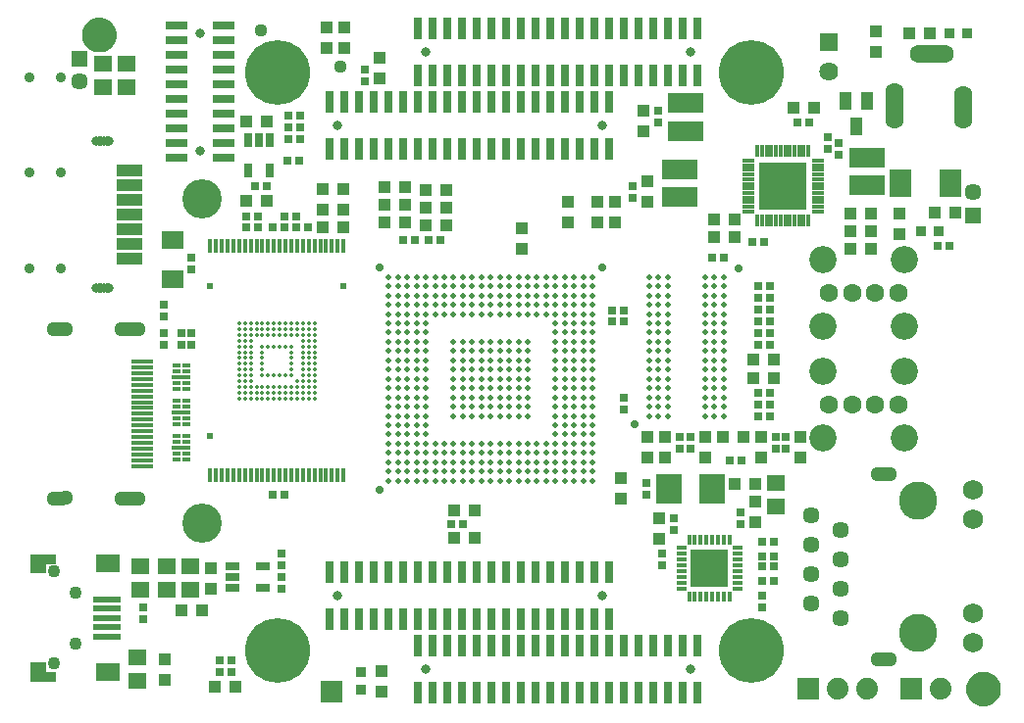
<source format=gbr>
G75*
G70*
%OFA0B0*%
%FSLAX24Y24*%
%IPPOS*%
%LPD*%
%AMOC8*
5,1,8,0,0,1.08239X$1,22.5*
%
%ADD10C,0.0631*%
%ADD11R,0.0740X0.0740*%
%ADD12R,0.0440X0.0440*%
%ADD13R,0.0280X0.0270*%
%ADD14R,0.0270X0.0280*%
%ADD15C,0.0434*%
%ADD16C,0.0500*%
%ADD17R,0.0571X0.0571*%
%ADD18C,0.0571*%
%ADD19R,0.0640X0.0640*%
%ADD20C,0.0640*%
%ADD21R,0.0355X0.0355*%
%ADD22R,0.0640X0.0540*%
%ADD23R,0.0512X0.0257*%
%ADD24R,0.0926X0.0237*%
%ADD25R,0.0846X0.0630*%
%ADD26R,0.0886X0.0335*%
%ADD27R,0.0571X0.0335*%
%ADD28R,0.0119X0.0394*%
%ADD29R,0.0394X0.0119*%
%ADD30R,0.1615X0.1615*%
%ADD31R,0.0749X0.0749*%
%ADD32R,0.1221X0.0670*%
%ADD33R,0.0434X0.0591*%
%ADD34R,0.0138X0.0512*%
%ADD35R,0.0740X0.0940*%
%ADD36C,0.1300*%
%ADD37C,0.0690*%
%ADD38C,0.0512*%
%ADD39C,0.0197*%
%ADD40C,0.0276*%
%ADD41R,0.0749X0.0138*%
%ADD42R,0.0906X0.0394*%
%ADD43C,0.0317*%
%ADD44R,0.0257X0.0512*%
%ADD45R,0.0306X0.0119*%
%ADD46R,0.0345X0.0158*%
%ADD47C,0.0440*%
%ADD48C,0.0355*%
%ADD49C,0.0740*%
%ADD50C,0.0926*%
%ADD51R,0.0749X0.0316*%
%ADD52C,0.0316*%
%ADD53R,0.0867X0.0985*%
%ADD54R,0.0138X0.0335*%
%ADD55R,0.0335X0.0138*%
%ADD56R,0.1300X0.1300*%
%ADD57C,0.0808*%
%ADD58C,0.1339*%
%ADD59C,0.2205*%
%ADD60C,0.0396*%
%ADD61R,0.0316X0.0749*%
%ADD62R,0.0749X0.0591*%
%ADD63C,0.0138*%
%ADD64C,0.0237*%
D10*
X033372Y019840D03*
X034160Y019840D03*
X034947Y019840D03*
X035735Y019840D03*
X035735Y023640D03*
X034947Y023640D03*
X034160Y023640D03*
X033372Y023640D03*
X035581Y029539D03*
X035581Y029657D03*
X035581Y029775D03*
X035581Y029893D03*
X035581Y030012D03*
X035581Y030130D03*
X035581Y030248D03*
X035581Y030366D03*
X035581Y030484D03*
X036428Y031764D03*
X036507Y031764D03*
X036625Y031764D03*
X036743Y031764D03*
X036861Y031764D03*
X036979Y031764D03*
X037097Y031764D03*
X037215Y031764D03*
X037294Y031764D03*
X037944Y030366D03*
X037944Y030248D03*
X037944Y030130D03*
X037944Y030012D03*
X037944Y029893D03*
X037944Y029775D03*
X037944Y029657D03*
X037944Y029539D03*
D11*
X036154Y010182D03*
X032654Y010182D03*
X016454Y010082D03*
D12*
X018154Y010082D03*
X018154Y010782D03*
X013204Y010232D03*
X012504Y010232D03*
X010804Y010482D03*
X010804Y011182D03*
X011354Y012832D03*
X012054Y012832D03*
X012354Y013582D03*
X012354Y014282D03*
X020629Y015307D03*
X021329Y015307D03*
X021329Y016257D03*
X020629Y016257D03*
X026304Y016632D03*
X026304Y017332D03*
X027204Y018032D03*
X027804Y018032D03*
X027804Y018732D03*
X027204Y018732D03*
X029154Y018732D03*
X029754Y018732D03*
X030454Y018732D03*
X031054Y018732D03*
X031054Y018032D03*
X030854Y017132D03*
X030854Y016532D03*
X030854Y015832D03*
X030154Y017132D03*
X029154Y018032D03*
X027604Y015982D03*
X027604Y015282D03*
X032404Y018032D03*
X032404Y018732D03*
X031504Y020757D03*
X031504Y021382D03*
X030804Y021382D03*
X030804Y020757D03*
X034104Y025132D03*
X034104Y025732D03*
X034804Y025732D03*
X034804Y025132D03*
X035754Y025632D03*
X035754Y026332D03*
X034804Y026332D03*
X034104Y026332D03*
X036954Y026382D03*
X037654Y026382D03*
X032854Y029932D03*
X032154Y029932D03*
X034954Y031832D03*
X034954Y032532D03*
X036104Y032482D03*
X036804Y032482D03*
X030154Y026132D03*
X030154Y025532D03*
X029454Y025532D03*
X029454Y026132D03*
X027204Y026732D03*
X027204Y027432D03*
X026104Y026732D03*
X025504Y026732D03*
X025504Y026032D03*
X026104Y026032D03*
X024504Y026032D03*
X024504Y026732D03*
X022929Y025832D03*
X022929Y025132D03*
X020354Y025932D03*
X020354Y026532D03*
X019654Y026532D03*
X019654Y025932D03*
X018954Y026032D03*
X018254Y026032D03*
X018254Y026632D03*
X018254Y027232D03*
X018954Y027232D03*
X018954Y026632D03*
X019654Y027132D03*
X020354Y027132D03*
X016854Y027182D03*
X016154Y027182D03*
X016154Y026482D03*
X016154Y025882D03*
X016854Y025882D03*
X016854Y026482D03*
X014254Y026782D03*
X013554Y026782D03*
X013554Y029482D03*
X014254Y029482D03*
X016304Y031982D03*
X016904Y031982D03*
X016904Y032682D03*
X016304Y032682D03*
X018104Y031632D03*
X018104Y030932D03*
X027054Y029832D03*
X027054Y029132D03*
D13*
X030754Y025382D03*
X031154Y025382D03*
X029804Y024832D03*
X029404Y024832D03*
X030954Y023882D03*
X031354Y023882D03*
X031354Y023482D03*
X030954Y023482D03*
X030954Y023082D03*
X031354Y023082D03*
X031354Y022682D03*
X030954Y022682D03*
X030954Y022282D03*
X031354Y022282D03*
X031354Y021882D03*
X030954Y021882D03*
X030954Y020232D03*
X031354Y020232D03*
X031354Y019832D03*
X030954Y019832D03*
X030954Y019432D03*
X031354Y019432D03*
X030404Y017932D03*
X030004Y017932D03*
X031104Y015182D03*
X031504Y015182D03*
X031504Y014682D03*
X031504Y014332D03*
X031104Y014332D03*
X031104Y014682D03*
X031104Y013832D03*
X031504Y013832D03*
X026404Y022682D03*
X026404Y023032D03*
X026004Y023032D03*
X026004Y022682D03*
X020154Y025432D03*
X019754Y025432D03*
X019304Y025432D03*
X018904Y025432D03*
X015654Y025882D03*
X015254Y025882D03*
X015254Y026232D03*
X014854Y026232D03*
X014854Y025882D03*
X014454Y025882D03*
X013954Y025882D03*
X013954Y026232D03*
X013554Y026232D03*
X013554Y025882D03*
X013854Y027282D03*
X014254Y027282D03*
X014954Y028132D03*
X015354Y028132D03*
X015404Y028882D03*
X015404Y029282D03*
X015404Y029682D03*
X015004Y029682D03*
X015004Y029282D03*
X015004Y028882D03*
X014854Y016782D03*
X014454Y016782D03*
X013054Y011132D03*
X012654Y011132D03*
X012654Y010732D03*
X013054Y010732D03*
X020529Y015782D03*
X020929Y015782D03*
X032304Y029432D03*
X032704Y029432D03*
X037054Y025232D03*
X037454Y025232D03*
D14*
X033704Y028352D03*
X033704Y028752D03*
X033334Y028932D03*
X033334Y028532D03*
X027554Y029432D03*
X027554Y029832D03*
X026704Y027282D03*
X026704Y026882D03*
X026404Y020082D03*
X026404Y019682D03*
X028304Y018732D03*
X028654Y018732D03*
X028654Y018332D03*
X028304Y018332D03*
X027154Y017182D03*
X027154Y016782D03*
X028104Y015982D03*
X028104Y015582D03*
X027704Y014782D03*
X027704Y014382D03*
X030354Y015782D03*
X030354Y016182D03*
X031554Y018332D03*
X031904Y018332D03*
X031904Y018732D03*
X031554Y018732D03*
X031104Y013332D03*
X031104Y012932D03*
X014754Y013582D03*
X014754Y013982D03*
X014754Y014382D03*
X014754Y014782D03*
X010054Y012932D03*
X010054Y012532D03*
X010754Y021882D03*
X010754Y022282D03*
X010754Y022832D03*
X010754Y023232D03*
X011354Y022282D03*
X011704Y022282D03*
X011704Y021882D03*
X011354Y021882D03*
X011704Y024432D03*
X011704Y024832D03*
X017604Y030832D03*
X017604Y031232D03*
D15*
X008554Y032432D03*
X007025Y014181D03*
X007754Y013451D03*
X007754Y011719D03*
X007025Y011032D03*
X038604Y010182D03*
D16*
X038269Y010182D02*
X038271Y010219D01*
X038277Y010255D01*
X038287Y010291D01*
X038301Y010325D01*
X038319Y010357D01*
X038340Y010388D01*
X038364Y010416D01*
X038391Y010441D01*
X038421Y010462D01*
X038453Y010481D01*
X038487Y010496D01*
X038522Y010507D01*
X038558Y010514D01*
X038595Y010517D01*
X038632Y010516D01*
X038668Y010511D01*
X038704Y010502D01*
X038739Y010489D01*
X038771Y010472D01*
X038802Y010452D01*
X038831Y010428D01*
X038857Y010402D01*
X038879Y010373D01*
X038899Y010341D01*
X038914Y010308D01*
X038926Y010273D01*
X038934Y010237D01*
X038938Y010200D01*
X038938Y010164D01*
X038934Y010127D01*
X038926Y010091D01*
X038914Y010056D01*
X038899Y010023D01*
X038879Y009991D01*
X038857Y009962D01*
X038831Y009936D01*
X038802Y009912D01*
X038772Y009892D01*
X038739Y009875D01*
X038704Y009862D01*
X038668Y009853D01*
X038632Y009848D01*
X038595Y009847D01*
X038558Y009850D01*
X038522Y009857D01*
X038487Y009868D01*
X038453Y009883D01*
X038421Y009902D01*
X038391Y009923D01*
X038364Y009948D01*
X038340Y009976D01*
X038319Y010007D01*
X038301Y010039D01*
X038287Y010073D01*
X038277Y010109D01*
X038271Y010145D01*
X038269Y010182D01*
X008219Y032432D02*
X008221Y032469D01*
X008227Y032505D01*
X008237Y032541D01*
X008251Y032575D01*
X008269Y032607D01*
X008290Y032638D01*
X008314Y032666D01*
X008341Y032691D01*
X008371Y032712D01*
X008403Y032731D01*
X008437Y032746D01*
X008472Y032757D01*
X008508Y032764D01*
X008545Y032767D01*
X008582Y032766D01*
X008618Y032761D01*
X008654Y032752D01*
X008689Y032739D01*
X008721Y032722D01*
X008752Y032702D01*
X008781Y032678D01*
X008807Y032652D01*
X008829Y032623D01*
X008849Y032591D01*
X008864Y032558D01*
X008876Y032523D01*
X008884Y032487D01*
X008888Y032450D01*
X008888Y032414D01*
X008884Y032377D01*
X008876Y032341D01*
X008864Y032306D01*
X008849Y032273D01*
X008829Y032241D01*
X008807Y032212D01*
X008781Y032186D01*
X008752Y032162D01*
X008722Y032142D01*
X008689Y032125D01*
X008654Y032112D01*
X008618Y032103D01*
X008582Y032098D01*
X008545Y032097D01*
X008508Y032100D01*
X008472Y032107D01*
X008437Y032118D01*
X008403Y032133D01*
X008371Y032152D01*
X008341Y032173D01*
X008314Y032198D01*
X008290Y032226D01*
X008269Y032257D01*
X008251Y032289D01*
X008237Y032323D01*
X008227Y032359D01*
X008221Y032395D01*
X008219Y032432D01*
D17*
X007904Y031625D03*
X038254Y026288D03*
D18*
X038254Y027075D03*
X032767Y016078D03*
X032767Y015078D03*
X033767Y015578D03*
X033767Y014578D03*
X032767Y014078D03*
X032767Y013078D03*
X033767Y013578D03*
X033767Y012578D03*
X007904Y030838D03*
D19*
X033354Y032182D03*
D20*
X033354Y031182D03*
D21*
X037454Y032482D03*
X038054Y032482D03*
X037104Y025732D03*
X036504Y025732D03*
X017454Y010732D03*
X017454Y010132D03*
D22*
X009854Y010432D03*
X009854Y011232D03*
X009954Y013532D03*
X009954Y014332D03*
X010854Y014332D03*
X011654Y014332D03*
X011654Y013532D03*
X010854Y013532D03*
X009504Y030632D03*
X008704Y030632D03*
X008704Y031432D03*
X009504Y031432D03*
X031554Y017182D03*
X031554Y016382D03*
D23*
X014116Y014356D03*
X014116Y013608D03*
X013092Y013608D03*
X013092Y013982D03*
X013092Y014356D03*
D24*
X008820Y013215D03*
X008820Y012900D03*
X008820Y012585D03*
X008820Y012270D03*
X008820Y011955D03*
D25*
X008860Y010734D03*
X008860Y014435D03*
D26*
X006656Y014583D03*
X006656Y010587D03*
D27*
X006498Y010902D03*
X006498Y014268D03*
D28*
X030938Y026101D03*
X031096Y026101D03*
X031253Y026101D03*
X031411Y026101D03*
X031568Y026101D03*
X031726Y026101D03*
X031883Y026101D03*
X032041Y026101D03*
X032198Y026101D03*
X032356Y026101D03*
X032513Y026101D03*
X032670Y026101D03*
X032670Y028463D03*
X032513Y028463D03*
X032356Y028463D03*
X032198Y028463D03*
X032041Y028463D03*
X031883Y028463D03*
X031726Y028463D03*
X031568Y028463D03*
X031411Y028463D03*
X031253Y028463D03*
X031096Y028463D03*
X030938Y028463D03*
D29*
X030623Y028148D03*
X030623Y027990D03*
X030623Y027833D03*
X030623Y027675D03*
X030623Y027518D03*
X030623Y027360D03*
X030623Y027203D03*
X030623Y027045D03*
X030623Y026888D03*
X030623Y026730D03*
X030623Y026573D03*
X030623Y026416D03*
X032985Y026416D03*
X032985Y026573D03*
X032985Y026730D03*
X032985Y026888D03*
X032985Y027045D03*
X032985Y027203D03*
X032985Y027360D03*
X032985Y027518D03*
X032985Y027675D03*
X032985Y027833D03*
X032985Y027990D03*
X032985Y028148D03*
D30*
X031804Y027282D03*
D31*
X031804Y027282D03*
D32*
X034654Y027309D03*
X034654Y028254D03*
X028504Y029159D03*
X028504Y030104D03*
X028304Y027854D03*
X028304Y026909D03*
D33*
X033930Y030165D03*
X034678Y030165D03*
X034304Y029299D03*
D34*
X016868Y025229D03*
X016671Y025229D03*
X016474Y025229D03*
X016278Y025229D03*
X016081Y025229D03*
X015884Y025229D03*
X015687Y025229D03*
X015490Y025229D03*
X015293Y025229D03*
X015096Y025229D03*
X014900Y025229D03*
X014703Y025229D03*
X014506Y025229D03*
X014309Y025229D03*
X014112Y025229D03*
X013915Y025229D03*
X013719Y025229D03*
X013522Y025229D03*
X013325Y025229D03*
X013128Y025229D03*
X012931Y025229D03*
X012734Y025229D03*
X012537Y025229D03*
X012341Y025229D03*
X012341Y017434D03*
X012537Y017434D03*
X012734Y017434D03*
X012931Y017434D03*
X013128Y017434D03*
X013325Y017434D03*
X013522Y017434D03*
X013719Y017434D03*
X013915Y017434D03*
X014112Y017434D03*
X014309Y017434D03*
X014506Y017434D03*
X014703Y017434D03*
X014900Y017434D03*
X015096Y017434D03*
X015293Y017434D03*
X015490Y017434D03*
X015687Y017434D03*
X015884Y017434D03*
X016081Y017434D03*
X016278Y017434D03*
X016474Y017434D03*
X016671Y017434D03*
X016868Y017434D03*
D35*
X035797Y027382D03*
X037511Y027382D03*
D36*
X036404Y016582D03*
X036404Y012082D03*
D37*
X038274Y011729D03*
X038274Y012729D03*
X038274Y015934D03*
X038274Y016934D03*
D38*
X035420Y017481D03*
X035341Y017481D03*
X035263Y017481D03*
X035184Y017481D03*
X035105Y017481D03*
X035026Y017481D03*
X035026Y011182D03*
X035105Y011182D03*
X035184Y011182D03*
X035263Y011182D03*
X035341Y011182D03*
X035420Y011182D03*
X009891Y016658D03*
X009773Y016658D03*
X009714Y016658D03*
X009556Y016658D03*
X009438Y016658D03*
X009340Y016658D03*
X007430Y016667D03*
X007312Y016658D03*
X007155Y016658D03*
X007037Y016658D03*
X007037Y022406D03*
X007155Y022406D03*
X007312Y022406D03*
X007430Y022406D03*
X009340Y022406D03*
X009438Y022406D03*
X009556Y022406D03*
X009714Y022406D03*
X009773Y022406D03*
X009891Y022406D03*
D39*
X018406Y022295D03*
X018406Y021980D03*
X018406Y021666D03*
X018721Y021666D03*
X018721Y021980D03*
X019036Y021980D03*
X019036Y021666D03*
X019351Y021666D03*
X019351Y021980D03*
X019666Y021980D03*
X019666Y021666D03*
X019666Y021351D03*
X019351Y021351D03*
X019036Y021351D03*
X018721Y021351D03*
X018406Y021351D03*
X018406Y021036D03*
X018721Y021036D03*
X019036Y021036D03*
X019351Y021036D03*
X019666Y021036D03*
X019666Y020721D03*
X019351Y020721D03*
X019036Y020721D03*
X018721Y020721D03*
X018406Y020721D03*
X018406Y020406D03*
X018406Y020091D03*
X018406Y019776D03*
X018406Y019461D03*
X018406Y019146D03*
X018406Y018831D03*
X018406Y018516D03*
X018406Y018201D03*
X018406Y017886D03*
X018406Y017571D03*
X018406Y017256D03*
X018721Y017256D03*
X018721Y017571D03*
X018721Y017886D03*
X018721Y018201D03*
X018721Y018516D03*
X018721Y018831D03*
X018721Y019146D03*
X018721Y019461D03*
X018721Y019776D03*
X018721Y020091D03*
X018721Y020406D03*
X019036Y020406D03*
X019351Y020406D03*
X019666Y020406D03*
X019666Y020091D03*
X019351Y020091D03*
X019036Y020091D03*
X019036Y019776D03*
X019036Y019461D03*
X019036Y019146D03*
X019036Y018831D03*
X019036Y018516D03*
X019036Y018201D03*
X019036Y017886D03*
X019036Y017571D03*
X019036Y017256D03*
X019351Y017256D03*
X019351Y017571D03*
X019351Y017886D03*
X019351Y018201D03*
X019351Y018516D03*
X019351Y018831D03*
X019351Y019146D03*
X019351Y019461D03*
X019351Y019776D03*
X019666Y019776D03*
X019666Y019461D03*
X019666Y019146D03*
X019666Y018831D03*
X019666Y018516D03*
X019666Y018201D03*
X019666Y017886D03*
X019666Y017571D03*
X019666Y017256D03*
X019981Y017256D03*
X019981Y017571D03*
X019981Y017886D03*
X019981Y018201D03*
X019981Y018516D03*
X020296Y018516D03*
X020296Y018201D03*
X020296Y017886D03*
X020296Y017571D03*
X020296Y017256D03*
X020611Y017256D03*
X020926Y017256D03*
X021241Y017256D03*
X021556Y017256D03*
X021871Y017256D03*
X022186Y017256D03*
X022501Y017256D03*
X022816Y017256D03*
X023131Y017256D03*
X023446Y017256D03*
X023761Y017256D03*
X024076Y017256D03*
X024391Y017256D03*
X024706Y017256D03*
X025020Y017256D03*
X025020Y017571D03*
X024706Y017571D03*
X024706Y017886D03*
X025020Y017886D03*
X025020Y018201D03*
X024706Y018201D03*
X024706Y018516D03*
X025020Y018516D03*
X025020Y018831D03*
X024706Y018831D03*
X024706Y019146D03*
X025020Y019146D03*
X025020Y019461D03*
X024706Y019461D03*
X024706Y019776D03*
X025020Y019776D03*
X025020Y020091D03*
X024706Y020091D03*
X024706Y020406D03*
X025020Y020406D03*
X025020Y020721D03*
X024706Y020721D03*
X024706Y021036D03*
X025020Y021036D03*
X025020Y021351D03*
X024706Y021351D03*
X024706Y021666D03*
X024706Y021980D03*
X025020Y021980D03*
X025020Y021666D03*
X025335Y021666D03*
X025335Y021980D03*
X025335Y022295D03*
X025020Y022295D03*
X024706Y022295D03*
X024706Y022610D03*
X025020Y022610D03*
X025020Y022925D03*
X024706Y022925D03*
X024706Y023240D03*
X025020Y023240D03*
X025020Y023555D03*
X024706Y023555D03*
X024706Y023870D03*
X025020Y023870D03*
X025020Y024185D03*
X024706Y024185D03*
X024391Y024185D03*
X024391Y023870D03*
X024391Y023555D03*
X024391Y023240D03*
X024391Y022925D03*
X024391Y022610D03*
X024391Y022295D03*
X024391Y021980D03*
X024391Y021666D03*
X024076Y021666D03*
X024076Y021980D03*
X024076Y022295D03*
X024076Y022610D03*
X024076Y022925D03*
X024076Y023240D03*
X024076Y023555D03*
X024076Y023870D03*
X024076Y024185D03*
X023761Y024185D03*
X023761Y023870D03*
X023761Y023555D03*
X023761Y023240D03*
X023761Y022925D03*
X023446Y022925D03*
X023131Y022925D03*
X022816Y022925D03*
X022501Y022925D03*
X022186Y022925D03*
X021871Y022925D03*
X021556Y022925D03*
X021241Y022925D03*
X020926Y022925D03*
X020611Y022925D03*
X020296Y022925D03*
X019981Y022925D03*
X019666Y022925D03*
X019666Y022610D03*
X019666Y022295D03*
X019351Y022295D03*
X019036Y022295D03*
X018721Y022295D03*
X018721Y022610D03*
X018406Y022610D03*
X018406Y022925D03*
X018721Y022925D03*
X019036Y022925D03*
X019036Y022610D03*
X019351Y022610D03*
X019351Y022925D03*
X019351Y023240D03*
X019036Y023240D03*
X018721Y023240D03*
X018406Y023240D03*
X018406Y023555D03*
X018406Y023870D03*
X018406Y024185D03*
X018721Y024185D03*
X018721Y023870D03*
X018721Y023555D03*
X019036Y023555D03*
X019351Y023555D03*
X019666Y023555D03*
X019666Y023240D03*
X019981Y023240D03*
X020296Y023240D03*
X020611Y023240D03*
X020926Y023240D03*
X021241Y023240D03*
X021556Y023240D03*
X021871Y023240D03*
X022186Y023240D03*
X022501Y023240D03*
X022816Y023240D03*
X023131Y023240D03*
X023446Y023240D03*
X023446Y023555D03*
X023446Y023870D03*
X023446Y024185D03*
X023131Y024185D03*
X023131Y023870D03*
X023131Y023555D03*
X022816Y023555D03*
X022501Y023555D03*
X022186Y023555D03*
X021871Y023555D03*
X021556Y023555D03*
X021241Y023555D03*
X020926Y023555D03*
X020611Y023555D03*
X020296Y023555D03*
X019981Y023555D03*
X019981Y023870D03*
X019666Y023870D03*
X019351Y023870D03*
X019036Y023870D03*
X019036Y024185D03*
X019351Y024185D03*
X019666Y024185D03*
X019981Y024185D03*
X020296Y024185D03*
X020296Y023870D03*
X020611Y023870D03*
X020926Y023870D03*
X021241Y023870D03*
X021556Y023870D03*
X021871Y023870D03*
X022186Y023870D03*
X022501Y023870D03*
X022816Y023870D03*
X022816Y024185D03*
X022501Y024185D03*
X022186Y024185D03*
X021871Y024185D03*
X021556Y024185D03*
X021241Y024185D03*
X020926Y024185D03*
X020611Y024185D03*
X020611Y021980D03*
X020611Y021666D03*
X020926Y021666D03*
X020926Y021980D03*
X021241Y021980D03*
X021241Y021666D03*
X021556Y021666D03*
X021556Y021980D03*
X021871Y021980D03*
X021871Y021666D03*
X022186Y021666D03*
X022186Y021980D03*
X022501Y021980D03*
X022501Y021666D03*
X022816Y021666D03*
X022816Y021980D03*
X023131Y021980D03*
X023131Y021666D03*
X023131Y021351D03*
X022816Y021351D03*
X022501Y021351D03*
X022186Y021351D03*
X021871Y021351D03*
X021556Y021351D03*
X021241Y021351D03*
X020926Y021351D03*
X020611Y021351D03*
X020611Y021036D03*
X020926Y021036D03*
X021241Y021036D03*
X021556Y021036D03*
X021871Y021036D03*
X022186Y021036D03*
X022501Y021036D03*
X022816Y021036D03*
X023131Y021036D03*
X023131Y020721D03*
X022816Y020721D03*
X022501Y020721D03*
X022186Y020721D03*
X021871Y020721D03*
X021556Y020721D03*
X021241Y020721D03*
X020926Y020721D03*
X020611Y020721D03*
X020611Y020406D03*
X020926Y020406D03*
X021241Y020406D03*
X021556Y020406D03*
X021871Y020406D03*
X022186Y020406D03*
X022501Y020406D03*
X022816Y020406D03*
X023131Y020406D03*
X023131Y020091D03*
X022816Y020091D03*
X022501Y020091D03*
X022186Y020091D03*
X021871Y020091D03*
X021556Y020091D03*
X021241Y020091D03*
X020926Y020091D03*
X020611Y020091D03*
X020611Y019776D03*
X020926Y019776D03*
X021241Y019776D03*
X021556Y019776D03*
X021871Y019776D03*
X022186Y019776D03*
X022501Y019776D03*
X022816Y019776D03*
X023131Y019776D03*
X023131Y019461D03*
X022816Y019461D03*
X022501Y019461D03*
X022186Y019461D03*
X021871Y019461D03*
X021556Y019461D03*
X021241Y019461D03*
X020926Y019461D03*
X020611Y019461D03*
X020611Y018516D03*
X020926Y018516D03*
X021241Y018516D03*
X021556Y018516D03*
X021871Y018516D03*
X022186Y018516D03*
X022501Y018516D03*
X022816Y018516D03*
X023131Y018516D03*
X023446Y018516D03*
X023761Y018516D03*
X024076Y018516D03*
X024391Y018516D03*
X024391Y018831D03*
X024391Y019146D03*
X024391Y019461D03*
X024391Y019776D03*
X024391Y020091D03*
X024391Y020406D03*
X024391Y020721D03*
X024391Y021036D03*
X024391Y021351D03*
X024076Y021351D03*
X024076Y021036D03*
X024076Y020721D03*
X024076Y020406D03*
X024076Y020091D03*
X024076Y019776D03*
X024076Y019461D03*
X024076Y019146D03*
X024076Y018831D03*
X024076Y018201D03*
X024391Y018201D03*
X024391Y017886D03*
X024391Y017571D03*
X024076Y017571D03*
X024076Y017886D03*
X023761Y017886D03*
X023761Y017571D03*
X023446Y017571D03*
X023446Y017886D03*
X023446Y018201D03*
X023761Y018201D03*
X023131Y018201D03*
X023131Y017886D03*
X023131Y017571D03*
X022816Y017571D03*
X022816Y017886D03*
X022816Y018201D03*
X022501Y018201D03*
X022501Y017886D03*
X022501Y017571D03*
X022186Y017571D03*
X022186Y017886D03*
X022186Y018201D03*
X021871Y018201D03*
X021871Y017886D03*
X021871Y017571D03*
X021556Y017571D03*
X021556Y017886D03*
X021556Y018201D03*
X021241Y018201D03*
X020926Y018201D03*
X020611Y018201D03*
X020611Y017886D03*
X020611Y017571D03*
X020926Y017571D03*
X021241Y017571D03*
X021241Y017886D03*
X020926Y017886D03*
X025335Y017886D03*
X025335Y017571D03*
X025335Y017256D03*
X025335Y018201D03*
X025335Y018516D03*
X025335Y018831D03*
X025335Y019146D03*
X025335Y019461D03*
X025335Y019776D03*
X025335Y020091D03*
X025335Y020406D03*
X025335Y020721D03*
X025335Y021036D03*
X025335Y021351D03*
X025335Y022610D03*
X025335Y022925D03*
X025335Y023240D03*
X025335Y023555D03*
X025335Y023870D03*
X025335Y024185D03*
X027265Y024185D03*
X027580Y024185D03*
X027894Y024185D03*
X027894Y023870D03*
X027580Y023870D03*
X027580Y023555D03*
X027894Y023555D03*
X027894Y023240D03*
X027580Y023240D03*
X027580Y022925D03*
X027894Y022925D03*
X027894Y022610D03*
X027580Y022610D03*
X027580Y022295D03*
X027894Y022295D03*
X027894Y021980D03*
X027894Y021666D03*
X027580Y021666D03*
X027580Y021980D03*
X027265Y021980D03*
X027265Y021666D03*
X027265Y021351D03*
X027580Y021351D03*
X027894Y021351D03*
X027894Y021036D03*
X027580Y021036D03*
X027580Y020721D03*
X027894Y020721D03*
X027894Y020406D03*
X027580Y020406D03*
X027580Y020091D03*
X027894Y020091D03*
X027894Y019776D03*
X027580Y019776D03*
X027580Y019461D03*
X027894Y019461D03*
X027265Y019461D03*
X027265Y019776D03*
X027265Y020091D03*
X027265Y020406D03*
X027265Y020721D03*
X027265Y021036D03*
X027265Y022295D03*
X027265Y022610D03*
X027265Y022925D03*
X027265Y023240D03*
X027265Y023555D03*
X027265Y023870D03*
X029154Y023870D03*
X029154Y023555D03*
X029154Y023240D03*
X029154Y022925D03*
X029154Y022610D03*
X029154Y022295D03*
X029154Y021980D03*
X029154Y021666D03*
X029469Y021666D03*
X029469Y021980D03*
X029784Y021980D03*
X029784Y021666D03*
X029784Y021351D03*
X029469Y021351D03*
X029154Y021351D03*
X029154Y021036D03*
X029469Y021036D03*
X029784Y021036D03*
X029784Y020721D03*
X029469Y020721D03*
X029154Y020721D03*
X029154Y020406D03*
X029469Y020406D03*
X029784Y020406D03*
X029784Y020091D03*
X029469Y020091D03*
X029154Y020091D03*
X029154Y019776D03*
X029154Y019461D03*
X029469Y019461D03*
X029469Y019776D03*
X029784Y019776D03*
X029784Y019461D03*
X029784Y022295D03*
X029469Y022295D03*
X029469Y022610D03*
X029784Y022610D03*
X029784Y022925D03*
X029469Y022925D03*
X029469Y023240D03*
X029784Y023240D03*
X029784Y023555D03*
X029469Y023555D03*
X029469Y023870D03*
X029469Y024185D03*
X029154Y024185D03*
X029784Y024185D03*
X029784Y023870D03*
D40*
X030296Y024480D03*
X025650Y024500D03*
X026753Y019166D03*
X018091Y016941D03*
X018091Y024500D03*
D41*
X010029Y021303D03*
X010029Y021106D03*
X010029Y020910D03*
X010029Y020713D03*
X010029Y020516D03*
X010029Y020319D03*
X010029Y020122D03*
X010029Y019925D03*
X010029Y019729D03*
X010029Y019532D03*
X010029Y019335D03*
X010029Y019138D03*
X010029Y018941D03*
X010029Y018744D03*
X010029Y018547D03*
X010029Y018351D03*
X010029Y018154D03*
X010029Y017957D03*
X010029Y017760D03*
D42*
X009611Y024803D03*
X009611Y025303D03*
X009611Y025803D03*
X009611Y026303D03*
X009611Y026803D03*
X009611Y027303D03*
X009611Y027803D03*
D43*
X008912Y028811D03*
X008833Y028811D03*
X008744Y028811D03*
X008646Y028811D03*
X008557Y028811D03*
X008479Y028811D03*
X008479Y023795D03*
X008557Y023795D03*
X008646Y023795D03*
X008744Y023795D03*
X008833Y023795D03*
X008912Y023795D03*
X028871Y014479D03*
X029107Y014715D03*
X029501Y014715D03*
X029737Y014479D03*
X029737Y014085D03*
X029501Y013849D03*
X029107Y013849D03*
X028871Y014085D03*
D44*
X014378Y027820D03*
X013630Y027820D03*
X013630Y028844D03*
X014004Y028844D03*
X014378Y028844D03*
D45*
X011527Y021175D03*
X011527Y020979D03*
X011182Y020979D03*
X011182Y021175D03*
X011182Y020585D03*
X011182Y020388D03*
X011527Y020388D03*
X011527Y020585D03*
X011527Y019975D03*
X011527Y019779D03*
X011182Y019779D03*
X011182Y019975D03*
X011182Y019385D03*
X011182Y019188D03*
X011527Y019188D03*
X011527Y019385D03*
X011527Y018775D03*
X011527Y018579D03*
X011182Y018579D03*
X011182Y018775D03*
X011182Y018185D03*
X011182Y017988D03*
X011527Y017988D03*
X011527Y018185D03*
D46*
X011507Y018382D03*
X011202Y018382D03*
X011202Y019582D03*
X011507Y019582D03*
X011507Y020782D03*
X011202Y020782D03*
D47*
X016754Y031332D03*
X014054Y032582D03*
D48*
X007254Y030982D03*
X006204Y030982D03*
X006204Y027732D03*
X007254Y027732D03*
X007254Y024482D03*
X006204Y024482D03*
D49*
X033654Y010182D03*
X034654Y010182D03*
X037154Y010182D03*
D50*
X035931Y018718D03*
X035931Y020962D03*
X035931Y022518D03*
X035931Y024762D03*
X033176Y024762D03*
X033176Y022518D03*
X033176Y020962D03*
X033176Y018718D03*
D51*
X012804Y028232D03*
X012804Y028732D03*
X012804Y029232D03*
X012804Y029732D03*
X012804Y030232D03*
X012804Y030732D03*
X012804Y031232D03*
X012804Y031732D03*
X012804Y032232D03*
X012804Y032732D03*
X011204Y032732D03*
X011204Y032232D03*
X011204Y031732D03*
X011204Y031232D03*
X011204Y030732D03*
X011204Y030232D03*
X011204Y029732D03*
X011204Y029232D03*
X011204Y028732D03*
X011204Y028232D03*
D52*
X012004Y028482D03*
X012004Y032482D03*
X016654Y029332D03*
X019654Y031832D03*
X025654Y029332D03*
X028654Y031832D03*
X025654Y013332D03*
X028654Y010832D03*
X019654Y010832D03*
X016654Y013332D03*
D53*
X027926Y016982D03*
X029383Y016982D03*
D54*
X029403Y015236D03*
X029600Y015236D03*
X029796Y015236D03*
X029993Y015236D03*
X029206Y015236D03*
X029009Y015236D03*
X028812Y015236D03*
X028615Y015236D03*
X028615Y013327D03*
X028812Y013327D03*
X029009Y013327D03*
X029206Y013327D03*
X029403Y013327D03*
X029600Y013327D03*
X029796Y013327D03*
X029993Y013327D03*
D55*
X030259Y013593D03*
X030259Y013790D03*
X030259Y013986D03*
X030259Y014183D03*
X030259Y014380D03*
X030259Y014577D03*
X030259Y014774D03*
X030259Y014971D03*
X028350Y014971D03*
X028350Y014774D03*
X028350Y014577D03*
X028350Y014380D03*
X028350Y014183D03*
X028350Y013986D03*
X028350Y013790D03*
X028350Y013593D03*
D56*
X029304Y014282D03*
D57*
X029304Y014282D03*
D58*
X012052Y015806D03*
X012052Y026830D03*
D59*
X014639Y031160D03*
X030725Y031160D03*
X030725Y011475D03*
X014639Y011475D03*
D60*
X015248Y010866D03*
X015524Y011475D03*
X015248Y012084D03*
X014639Y012361D03*
X014030Y012084D03*
X013753Y011475D03*
X014030Y010866D03*
X014639Y010590D03*
X029839Y011475D03*
X030116Y010866D03*
X030725Y010590D03*
X031334Y010866D03*
X031611Y011475D03*
X031334Y012084D03*
X030725Y012361D03*
X030116Y012084D03*
X030725Y030275D03*
X030116Y030551D03*
X029839Y031160D03*
X030116Y031769D03*
X030725Y032046D03*
X031334Y031769D03*
X031611Y031160D03*
X031334Y030551D03*
X015524Y031160D03*
X015248Y031769D03*
X014639Y032046D03*
X014030Y031769D03*
X013753Y031160D03*
X014030Y030551D03*
X014639Y030275D03*
X015248Y030551D03*
D61*
X016404Y030132D03*
X016904Y030132D03*
X017404Y030132D03*
X017904Y030132D03*
X018404Y030132D03*
X018904Y030132D03*
X019404Y030132D03*
X019904Y030132D03*
X020404Y030132D03*
X020904Y030132D03*
X021404Y030132D03*
X021904Y030132D03*
X022404Y030132D03*
X022904Y030132D03*
X023404Y030132D03*
X023904Y030132D03*
X024404Y030132D03*
X024904Y030132D03*
X025404Y030132D03*
X025904Y030132D03*
X025904Y031032D03*
X025404Y031032D03*
X024904Y031032D03*
X024404Y031032D03*
X023904Y031032D03*
X023404Y031032D03*
X022904Y031032D03*
X022404Y031032D03*
X021904Y031032D03*
X021404Y031032D03*
X020904Y031032D03*
X020404Y031032D03*
X019904Y031032D03*
X019404Y031032D03*
X019404Y032632D03*
X019904Y032632D03*
X020404Y032632D03*
X020904Y032632D03*
X021404Y032632D03*
X021904Y032632D03*
X022404Y032632D03*
X022904Y032632D03*
X023404Y032632D03*
X023904Y032632D03*
X024404Y032632D03*
X024904Y032632D03*
X025404Y032632D03*
X025904Y032632D03*
X026404Y032632D03*
X026904Y032632D03*
X027404Y032632D03*
X027904Y032632D03*
X028404Y032632D03*
X028904Y032632D03*
X028904Y031032D03*
X028404Y031032D03*
X027904Y031032D03*
X027404Y031032D03*
X026904Y031032D03*
X026404Y031032D03*
X025904Y028532D03*
X025404Y028532D03*
X024904Y028532D03*
X024404Y028532D03*
X023904Y028532D03*
X023404Y028532D03*
X022904Y028532D03*
X022404Y028532D03*
X021904Y028532D03*
X021404Y028532D03*
X020904Y028532D03*
X020404Y028532D03*
X019904Y028532D03*
X019404Y028532D03*
X018904Y028532D03*
X018404Y028532D03*
X017904Y028532D03*
X017404Y028532D03*
X016904Y028532D03*
X016404Y028532D03*
X016404Y014132D03*
X016904Y014132D03*
X017404Y014132D03*
X017904Y014132D03*
X018404Y014132D03*
X018904Y014132D03*
X019404Y014132D03*
X019904Y014132D03*
X020404Y014132D03*
X020904Y014132D03*
X021404Y014132D03*
X021904Y014132D03*
X022404Y014132D03*
X022904Y014132D03*
X023404Y014132D03*
X023904Y014132D03*
X024404Y014132D03*
X024904Y014132D03*
X025404Y014132D03*
X025904Y014132D03*
X025904Y012532D03*
X025404Y012532D03*
X024904Y012532D03*
X024404Y012532D03*
X023904Y012532D03*
X023404Y012532D03*
X022904Y012532D03*
X022404Y012532D03*
X021904Y012532D03*
X021404Y012532D03*
X020904Y012532D03*
X020404Y012532D03*
X019904Y012532D03*
X019404Y012532D03*
X018904Y012532D03*
X018404Y012532D03*
X017904Y012532D03*
X017404Y012532D03*
X016904Y012532D03*
X016404Y012532D03*
X019404Y011632D03*
X019904Y011632D03*
X020404Y011632D03*
X020904Y011632D03*
X021404Y011632D03*
X021904Y011632D03*
X022404Y011632D03*
X022904Y011632D03*
X023404Y011632D03*
X023904Y011632D03*
X024404Y011632D03*
X024904Y011632D03*
X025404Y011632D03*
X025904Y011632D03*
X026404Y011632D03*
X026904Y011632D03*
X027404Y011632D03*
X027904Y011632D03*
X028404Y011632D03*
X028904Y011632D03*
X028904Y010032D03*
X028404Y010032D03*
X027904Y010032D03*
X027404Y010032D03*
X026904Y010032D03*
X026404Y010032D03*
X025904Y010032D03*
X025404Y010032D03*
X024904Y010032D03*
X024404Y010032D03*
X023904Y010032D03*
X023404Y010032D03*
X022904Y010032D03*
X022404Y010032D03*
X021904Y010032D03*
X021404Y010032D03*
X020904Y010032D03*
X020404Y010032D03*
X019904Y010032D03*
X019404Y010032D03*
D62*
X011054Y024112D03*
X011054Y025451D03*
D63*
X013325Y022611D03*
X013522Y022611D03*
X013719Y022611D03*
X013915Y022611D03*
X013915Y022414D03*
X013719Y022414D03*
X013719Y022217D03*
X013915Y022217D03*
X014112Y022217D03*
X014309Y022217D03*
X014506Y022217D03*
X014703Y022217D03*
X014900Y022217D03*
X015096Y022217D03*
X015096Y022414D03*
X014900Y022414D03*
X014900Y022611D03*
X015096Y022611D03*
X015293Y022611D03*
X015293Y022414D03*
X015293Y022217D03*
X015490Y022217D03*
X015490Y022021D03*
X015687Y022021D03*
X015687Y022217D03*
X015884Y022217D03*
X015884Y022021D03*
X015884Y021824D03*
X015687Y021824D03*
X015490Y021824D03*
X015490Y021627D03*
X015490Y021430D03*
X015490Y021233D03*
X015490Y021036D03*
X015490Y020840D03*
X015687Y020840D03*
X015687Y021036D03*
X015884Y021036D03*
X015884Y020840D03*
X015884Y020643D03*
X015687Y020643D03*
X015490Y020643D03*
X015293Y020643D03*
X015293Y020446D03*
X015096Y020446D03*
X014900Y020446D03*
X014900Y020249D03*
X015096Y020249D03*
X015096Y020052D03*
X014900Y020052D03*
X014703Y020052D03*
X014703Y020249D03*
X014703Y020446D03*
X014506Y020446D03*
X014309Y020446D03*
X014112Y020446D03*
X013915Y020446D03*
X013719Y020446D03*
X013719Y020643D03*
X013719Y020840D03*
X013719Y021036D03*
X013719Y021233D03*
X013719Y021430D03*
X013719Y021627D03*
X013719Y021824D03*
X013719Y022021D03*
X013522Y022021D03*
X013522Y022217D03*
X013325Y022217D03*
X013325Y022021D03*
X013325Y021824D03*
X013522Y021824D03*
X013522Y021627D03*
X013522Y021430D03*
X013522Y021233D03*
X013522Y021036D03*
X013522Y020840D03*
X013325Y020840D03*
X013325Y021036D03*
X013325Y021233D03*
X013325Y021430D03*
X013325Y021627D03*
X014112Y021627D03*
X014112Y021824D03*
X014309Y021824D03*
X014506Y021824D03*
X014703Y021824D03*
X014900Y021824D03*
X015096Y021824D03*
X015096Y021627D03*
X015096Y021430D03*
X015096Y021233D03*
X015096Y021036D03*
X015096Y020840D03*
X014900Y020840D03*
X014703Y020840D03*
X014506Y020840D03*
X014309Y020840D03*
X014112Y020840D03*
X014112Y021036D03*
X014112Y021233D03*
X014112Y021430D03*
X013522Y020643D03*
X013522Y020446D03*
X013522Y020249D03*
X013719Y020249D03*
X013915Y020249D03*
X013915Y020052D03*
X013719Y020052D03*
X013522Y020052D03*
X013325Y020052D03*
X013325Y020249D03*
X013325Y020446D03*
X013325Y020643D03*
X014112Y020249D03*
X014112Y020052D03*
X014309Y020052D03*
X014506Y020052D03*
X014506Y020249D03*
X014309Y020249D03*
X015293Y020249D03*
X015293Y020052D03*
X015490Y020052D03*
X015490Y020249D03*
X015490Y020446D03*
X015687Y020446D03*
X015884Y020446D03*
X015884Y020249D03*
X015884Y020052D03*
X015687Y020052D03*
X015687Y020249D03*
X015687Y021233D03*
X015884Y021233D03*
X015884Y021430D03*
X015884Y021627D03*
X015687Y021627D03*
X015687Y021430D03*
X015687Y022414D03*
X015490Y022414D03*
X015490Y022611D03*
X015687Y022611D03*
X015884Y022611D03*
X015884Y022414D03*
X014703Y022414D03*
X014506Y022414D03*
X014309Y022414D03*
X014112Y022414D03*
X014112Y022611D03*
X014309Y022611D03*
X014506Y022611D03*
X014703Y022611D03*
X013522Y022414D03*
X013325Y022414D03*
D64*
X012341Y023891D03*
X016868Y023891D03*
X012341Y018773D03*
M02*

</source>
